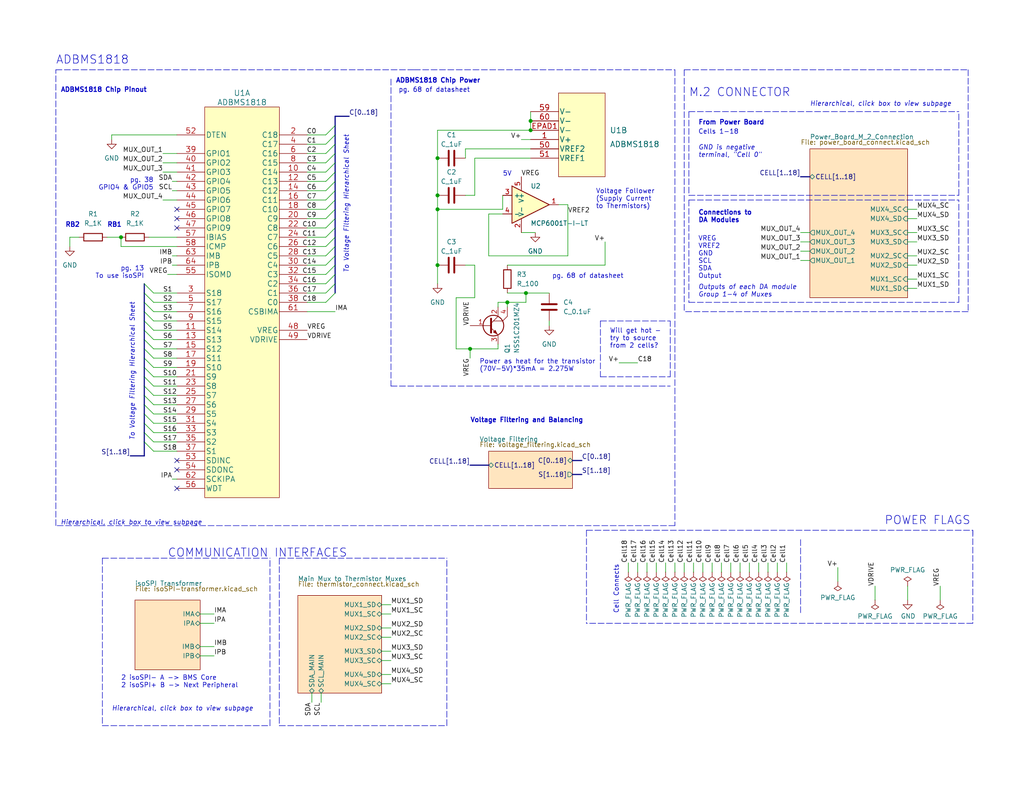
<source format=kicad_sch>
(kicad_sch (version 20211123) (generator eeschema)
  (paper "A")
  (title_block (title "MkVI BMS Peripheral") (date "2022-12-04") (rev "0") (company "Olin Electric Motorsports") (comment 1 "Melissa Kazazic and Dasha Chadiuk"))
  (lib_symbols
    (symbol "formula:ADBMS1818" (pin_names (offset 0.254))
      (property "Reference" "U" (at 0 15.24 0))
      (property "Value" "ADBMS1818" (at 0 12.7 0))
      (symbol "ADBMS1818_1_1"
        (rectangle (start -10.16 43.18) (end 10.16 -63.5) (fill (type background)))
        (pin unspecified line (at 17.78 25.4 180) (length 7.62) (name "C14") (number "10"))
        (pin unspecified line (at -17.78 -17.78 0) (length 7.62) (name "S14") (number "11"))
        (pin unspecified line (at 17.78 22.86 180) (length 7.62) (name "C13") (number "12"))
        (pin unspecified line (at -17.78 -20.32 0) (length 7.62) (name "S13") (number "13"))
        (pin unspecified line (at 17.78 20.32 180) (length 7.62) (name "C12") (number "14"))
        (pin unspecified line (at -17.78 -22.86 0) (length 7.62) (name "S12") (number "15"))
        (pin unspecified line (at 17.78 17.78 180) (length 7.62) (name "C11") (number "16"))
        (pin unspecified line (at -17.78 -25.4 0) (length 7.62) (name "S11") (number "17"))
        (pin unspecified line (at 17.78 15.24 180) (length 7.62) (name "C10") (number "18"))
        (pin unspecified line (at -17.78 -27.94 0) (length 7.62) (name "S10") (number "19"))
        (pin unspecified line (at 17.78 35.56 180) (length 7.62) (name "C18") (number "2"))
        (pin unspecified line (at 17.78 12.7 180) (length 7.62) (name "C9") (number "20"))
        (pin unspecified line (at -17.78 -30.48 0) (length 7.62) (name "S9") (number "21"))
        (pin unspecified line (at 17.78 10.16 180) (length 7.62) (name "C8") (number "22"))
        (pin unspecified line (at -17.78 -33.02 0) (length 7.62) (name "S8") (number "23"))
        (pin unspecified line (at 17.78 7.62 180) (length 7.62) (name "C7") (number "24"))
        (pin unspecified line (at -17.78 -35.56 0) (length 7.62) (name "S7") (number "25"))
        (pin unspecified line (at 17.78 5.08 180) (length 7.62) (name "C6") (number "26"))
        (pin unspecified line (at -17.78 -38.1 0) (length 7.62) (name "S6") (number "27"))
        (pin unspecified line (at 17.78 2.54 180) (length 7.62) (name "C5") (number "28"))
        (pin unspecified line (at -17.78 -40.64 0) (length 7.62) (name "S5") (number "29"))
        (pin unspecified line (at -17.78 -7.62 0) (length 7.62) (name "S18") (number "3"))
        (pin unspecified line (at 17.78 0 180) (length 7.62) (name "C4") (number "30"))
        (pin unspecified line (at -17.78 -43.18 0) (length 7.62) (name "S4") (number "31"))
        (pin unspecified line (at 17.78 -2.54 180) (length 7.62) (name "C3") (number "32"))
        (pin unspecified line (at -17.78 -45.72 0) (length 7.62) (name "S3") (number "33"))
        (pin unspecified line (at 17.78 -5.08 180) (length 7.62) (name "C2") (number "34"))
        (pin unspecified line (at -17.78 -48.26 0) (length 7.62) (name "S2") (number "35"))
        (pin unspecified line (at 17.78 -7.62 180) (length 7.62) (name "C1") (number "36"))
        (pin unspecified line (at -17.78 -50.8 0) (length 7.62) (name "S1") (number "37"))
        (pin unspecified line (at 17.78 -10.16 180) (length 7.62) (name "C0") (number "38"))
        (pin unspecified line (at -17.78 30.48 0) (length 7.62) (name "GPIO1") (number "39"))
        (pin unspecified line (at 17.78 33.02 180) (length 7.62) (name "C17") (number "4"))
        (pin unspecified line (at -17.78 27.94 0) (length 7.62) (name "GPIO2") (number "40"))
        (pin unspecified line (at -17.78 25.4 0) (length 7.62) (name "GPIO3") (number "41"))
        (pin unspecified line (at -17.78 22.86 0) (length 7.62) (name "GPIO4") (number "42"))
        (pin unspecified line (at -17.78 20.32 0) (length 7.62) (name "GPIO5") (number "43"))
        (pin unspecified line (at -17.78 17.78 0) (length 7.62) (name "GPIO6") (number "44"))
        (pin unspecified line (at -17.78 15.24 0) (length 7.62) (name "GPIO7") (number "45"))
        (pin unspecified line (at -17.78 12.7 0) (length 7.62) (name "GPIO8") (number "46"))
        (pin unspecified line (at -17.78 10.16 0) (length 7.62) (name "GPIO9") (number "47"))
        (pin unspecified line (at 17.78 -17.78 180) (length 7.62) (name "VREG") (number "48"))
        (pin unspecified line (at 17.78 -20.32 180) (length 7.62) (name "VDRIVE") (number "49"))
        (pin unspecified line (at -17.78 -10.16 0) (length 7.62) (name "S17") (number "5"))
        (pin unspecified line (at -17.78 35.56 0) (length 7.62) (name "DTEN") (number "52"))
        (pin unspecified line (at -17.78 -53.34 0) (length 7.62) (name "SDINC") (number "53"))
        (pin unspecified line (at -17.78 -55.88 0) (length 7.62) (name "SDONC") (number "54"))
        (pin unspecified line (at -17.78 -2.54 0) (length 7.62) (name "ISOMD") (number "55"))
        (pin unspecified line (at -17.78 -60.96 0) (length 7.62) (name "WDT") (number "56"))
        (pin unspecified line (at -17.78 7.62 0) (length 7.62) (name "IBIAS") (number "57"))
        (pin unspecified line (at -17.78 5.08 0) (length 7.62) (name "ICMP") (number "58"))
        (pin unspecified line (at 17.78 30.48 180) (length 7.62) (name "C16") (number "6"))
        (pin unspecified line (at 17.78 -12.7 180) (length 7.62) (name "CSBIMA") (number "61"))
        (pin unspecified line (at -17.78 -58.42 0) (length 7.62) (name "SCKIPA") (number "62"))
        (pin unspecified line (at -17.78 2.54 0) (length 7.62) (name "IMB") (number "63"))
        (pin unspecified line (at -17.78 0 0) (length 7.62) (name "IPB") (number "64"))
        (pin unspecified line (at -17.78 -12.7 0) (length 7.62) (name "S16") (number "7"))
        (pin unspecified line (at 17.78 27.94 180) (length 7.62) (name "C15") (number "8"))
        (pin unspecified line (at -17.78 -15.24 0) (length 7.62) (name "S15") (number "9"))
      )
      (symbol "ADBMS1818_2_1"
        (rectangle (start -6.35 10.16) (end 6.35 -12.7) (fill (type background)))
        (pin unspecified line (at -13.97 -2.54 0) (length 7.62) (name "V+") (number "1"))
        (pin unspecified line (at -13.97 -5.08 0) (length 7.62) (name "VREF2") (number "50"))
        (pin unspecified line (at -13.97 -7.62 0) (length 7.62) (name "VREF1") (number "51"))
        (pin unspecified line (at -13.97 5.08 0) (length 7.62) (name "V-") (number "59"))
        (pin unspecified line (at -13.97 2.54 0) (length 7.62) (name "V-") (number "60"))
        (pin unspecified line (at -13.97 0 0) (length 7.62) (name "V-") (number "EPAD1"))
      )
    )
    (symbol "formula:C_0.1uF" (pin_numbers hide) (pin_names (offset 0.254))
      (property "Reference" "C" (at 0.635 2.54 0))
      (property "Value" "C_0.1uF" (at 0.635 -2.54 0))
      (symbol "C_0.1uF_0_1"
        (polyline (pts (xy -2.032 -0.762) (xy 2.032 -0.762)) (stroke (width 0.508)))
        (polyline (pts (xy -2.032 0.762) (xy 2.032 0.762)) (stroke (width 0.508)))
      )
      (symbol "C_0.1uF_1_1"
        (pin passive line (at 0 3.81 270) (length 2.794) (name "~") (number "1"))
        (pin passive line (at 0 -3.81 90) (length 2.794) (name "~") (number "2"))
      )
    )
    (symbol "formula:C_1uF" (pin_numbers hide) (pin_names (offset 0.254))
      (property "Reference" "C" (at 0.635 3.81 0))
      (property "Value" "C_1uF" (at 0.635 -1.27 0))
      (symbol "C_1uF_0_1"
        (polyline (pts (xy -2.032 0.508) (xy 2.032 0.508)) (stroke (width 0.508)))
        (polyline (pts (xy -2.032 2.032) (xy 2.032 2.032)) (stroke (width 0.508)))
      )
      (symbol "C_1uF_1_1"
        (pin passive line (at 0 5.08 270) (length 2.794) (name "~") (number "1"))
        (pin passive line (at 0 -2.54 90) (length 2.794) (name "~") (number "2"))
      )
    )
    (symbol "formula:MCP6001T-I-LT"
      (property "Reference" "U" (at 0 5.08 0))
      (property "Value" "MCP6001T-I-LT" (at 0 -5.08 0))
      (symbol "MCP6001T-I-LT_0_1"
        (polyline (pts (xy -5.08 5.08) (xy 5.08 0) (xy -5.08 -5.08) (xy -5.08 5.08)) (stroke (width 0.254)) (fill (type background)))
        (pin power_in line (at -2.54 -7.62 90) (length 3.81) (name "V-") (number "2"))
        (pin power_in line (at -2.54 7.62 270) (length 3.81) (name "V+") (number "5"))
      )
      (symbol "MCP6001T-I-LT_1_1"
        (pin output line (at 7.62 0 180) (length 2.54) (name "~") (number "1"))
        (pin input line (at -7.62 2.54 0) (length 2.54) (name "+") (number "3"))
        (pin input line (at -7.62 -2.54 0) (length 2.54) (name "-") (number "4"))
      )
    )
    (symbol "formula:NSS1C201MZ4" (pin_names (offset 1.016))
      (property "Reference" "Q" (at -2.54 5.08 0))
      (property "Value" "NSS1C201MZ4" (at -5.08 -5.08 0))
      (property "MPN" "NSS1C201MZ4T3GOSCT-ND" (at 0 7.62 0))
      (property "MFN" "DK" (at 2.54 10.16 0))
      (property "PurchasingLink" "https://www.digikey.com/product-detail/en/on-semiconductor/NSS1C201MZ4T3G/NSS1C201MZ4T3GOSCT-ND/9087487" (at 5.08 12.7 0))
      (symbol "NSS1C201MZ4_0_1"
        (polyline (pts (xy 0.635 0.635) (xy 2.54 2.54)))
        (polyline (pts (xy 3.81 1.27) (xy 1.27 1.27)))
        (polyline (pts (xy 5.08 2.54) (xy 3.81 1.27)))
        (polyline (pts (xy 0.635 -0.635) (xy 2.54 -2.54) (xy 2.54 -2.54)))
        (polyline (pts (xy 0.635 1.905) (xy 0.635 -1.905) (xy 0.635 -1.905)) (stroke (width 0.508)))
        (polyline (pts (xy 1.27 -1.778) (xy 1.778 -1.27) (xy 2.286 -2.286) (xy 1.27 -1.778) (xy 1.27 -1.778)) (fill (type outline)))
        (circle (center 1.27 0) (radius 2.8194) (stroke (width 0.254)))
      )
      (symbol "NSS1C201MZ4_1_1"
        (pin input line (at -5.08 0 0) (length 5.715) (name "~") (number "1"))
        (pin passive line (at 2.54 5.08 270) (length 2.54) (name "~") (number "2"))
        (pin passive line (at 2.54 -5.08 90) (length 2.54) (name "~") (number "3"))
        (pin passive line (at 5.08 5.08 270) (length 2.54) (name "~") (number "4"))
      )
    )
    (symbol "formula:R_100" (pin_numbers hide) (pin_names (offset 0))
      (property "Reference" "R" (at 2.032 0 90))
      (property "Value" "R_100" (at -2.54 0 90))
      (symbol "R_100_0_1"
        (rectangle (start -1.016 -2.54) (end 1.016 2.54) (stroke (width 0.254)))
      )
      (symbol "R_100_1_1"
        (pin passive line (at 0 3.81 270) (length 1.27) (name "~") (number "1"))
        (pin passive line (at 0 -3.81 90) (length 1.27) (name "~") (number "2"))
      )
    )
    (symbol "formula:R_1K" (pin_numbers hide) (pin_names (offset 0))
      (property "Reference" "R" (at 2.032 0 90))
      (property "Value" "R_1K" (at -2.54 0 90))
      (symbol "R_1K_0_1"
        (rectangle (start -1.016 -2.54) (end 1.016 2.54) (stroke (width 0.254)))
      )
      (symbol "R_1K_1_1"
        (pin passive line (at 0 3.81 270) (length 1.27) (name "~") (number "1"))
        (pin passive line (at 0 -3.81 90) (length 1.27) (name "~") (number "2"))
      )
    )
    (symbol "power:GND" (power) (pin_names (offset 0))
      (property "Value" "GND" (at 0 -3.81 0))
      (symbol "GND_0_1"
        (polyline (pts (xy 0 0) (xy 0 -1.27) (xy 1.27 -1.27) (xy 0 -2.54) (xy -1.27 -1.27) (xy 0 -1.27)))
      )
      (symbol "GND_1_1"
        (pin power_in line (at 0 0 270) (length 0) hide (name "GND") (number "1"))
      )
    )
    (symbol "power:PWR_FLAG" (power) (pin_numbers hide) (pin_names (offset 0) hide)
      (property "Value" "PWR_FLAG" (at 0 3.81 0))
      (symbol "PWR_FLAG_0_0"
        (pin power_out line (at 0 0 90) (length 0) (name "pwr") (number "1"))
      )
      (symbol "PWR_FLAG_0_1"
        (polyline (pts (xy 0 0) (xy 0 1.27) (xy -1.016 1.905) (xy 0 2.54) (xy 1.016 1.905) (xy 0 1.27)))
      )
    )
  )
  (junction (at 128.27 95.25))
  (junction (at 33.02 64.77))
  (junction (at 143.51 80.01))
  (junction (at 119.38 57.15))
  (junction (at 119.38 72.39))
  (junction (at 144.78 33.02))
  (junction (at 144.78 35.56))
  (junction (at 119.38 43.18))
  (junction (at 119.38 53.34))
  (junction (at 138.43 82.55))
  (no_connect (at 48.26 57.15))
  (no_connect (at 48.26 59.69))
  (no_connect (at 48.26 62.23))
  (no_connect (at 48.26 133.35))
  (no_connect (at 48.26 125.73))
  (no_connect (at 48.26 128.27))
  (bus_entry (at 91.44 64.77) (size -2.54 2.54))
  (bus_entry (at 39.37 100.33) (size 2.54 2.54))
  (bus_entry (at 91.44 54.61) (size -2.54 2.54))
  (bus_entry (at 91.44 39.37) (size -2.54 2.54))
  (bus_entry (at 91.44 46.99) (size -2.54 2.54))
  (bus_entry (at 91.44 59.69) (size -2.54 2.54))
  (bus_entry (at 39.37 118.11) (size 2.54 2.54))
  (bus_entry (at 39.37 82.55) (size 2.54 2.54))
  (bus_entry (at 39.37 85.09) (size 2.54 2.54))
  (bus_entry (at 39.37 113.03) (size 2.54 2.54))
  (bus_entry (at 91.44 44.45) (size -2.54 2.54))
  (bus_entry (at 91.44 77.47) (size -2.54 2.54))
  (bus_entry (at 91.44 72.39) (size -2.54 2.54))
  (bus_entry (at 91.44 41.91) (size -2.54 2.54))
  (bus_entry (at 91.44 62.23) (size -2.54 2.54))
  (bus_entry (at 39.37 77.47) (size 2.54 2.54))
  (bus_entry (at 39.37 120.65) (size 2.54 2.54))
  (bus_entry (at 39.37 110.49) (size 2.54 2.54))
  (bus_entry (at 39.37 107.95) (size 2.54 2.54))
  (bus_entry (at 39.37 95.25) (size 2.54 2.54))
  (bus_entry (at 91.44 52.07) (size -2.54 2.54))
  (bus_entry (at 39.37 105.41) (size 2.54 2.54))
  (bus_entry (at 91.44 57.15) (size -2.54 2.54))
  (bus_entry (at 39.37 90.17) (size 2.54 2.54))
  (bus_entry (at 39.37 87.63) (size 2.54 2.54))
  (bus_entry (at 39.37 102.87) (size 2.54 2.54))
  (bus_entry (at 91.44 80.01) (size -2.54 2.54))
  (bus_entry (at 91.44 34.29) (size -2.54 2.54))
  (bus_entry (at 91.44 67.31) (size -2.54 2.54))
  (bus_entry (at 91.44 74.93) (size -2.54 2.54))
  (bus_entry (at 39.37 92.71) (size 2.54 2.54))
  (bus_entry (at 91.44 69.85) (size -2.54 2.54))
  (bus_entry (at 39.37 80.01) (size 2.54 2.54))
  (bus_entry (at 39.37 115.57) (size 2.54 2.54))
  (bus_entry (at 91.44 36.83) (size -2.54 2.54))
  (bus_entry (at 39.37 97.79) (size 2.54 2.54))
  (bus_entry (at 91.44 49.53) (size -2.54 2.54))
  (wire (pts (xy 127 40.64) (xy 144.78 40.64)))
  (wire (pts (xy 247.65 63.5) (xy 250.19 63.5)))
  (bus (pts (xy 220.98 48.26) (xy 218.44 48.26)))
  (wire (pts (xy 144.78 30.48) (xy 144.78 33.02)))
  (wire (pts (xy 30.48 36.83) (xy 48.26 36.83)))
  (bus (pts (xy 39.37 118.11) (xy 39.37 120.65)))
  (wire (pts (xy 21.59 64.77) (xy 19.05 64.77)))
  (wire (pts (xy 83.82 74.93) (xy 88.9 74.93)))
  (wire (pts (xy 247.65 72.39) (xy 250.19 72.39)))
  (wire (pts (xy 54.61 176.53) (xy 58.42 176.53)))
  (wire (pts (xy 83.82 69.85) (xy 88.9 69.85)))
  (wire (pts (xy 247.65 59.69) (xy 250.19 59.69)))
  (polyline (pts (xy 73.66 198.12) (xy 73.66 152.4)))
  (polyline (pts (xy 163.83 87.63) (xy 182.88 87.63)))
  (wire (pts (xy 41.91 80.01) (xy 48.26 80.01)))
  (wire (pts (xy 41.91 107.95) (xy 48.26 107.95)))
  (wire (pts (xy 85.09 189.23) (xy 85.09 191.77)))
  (polyline (pts (xy 261.62 82.55) (xy 261.62 54.61)))
  (wire (pts (xy 41.91 105.41) (xy 48.26 105.41)))
  (wire (pts (xy 83.82 52.07) (xy 88.9 52.07)))
  (bus (pts (xy 35.56 124.46) (xy 39.37 124.46)))
  (wire (pts (xy 191.77 153.67) (xy 191.77 156.21)))
  (wire (pts (xy 218.44 71.12) (xy 220.98 71.12)))
  (wire (pts (xy 83.82 77.47) (xy 88.9 77.47)))
  (wire (pts (xy 176.53 153.67) (xy 176.53 156.21)))
  (wire (pts (xy 247.65 66.04) (xy 250.19 66.04)))
  (wire (pts (xy 41.91 102.87) (xy 48.26 102.87)))
  (bus (pts (xy 39.37 95.25) (xy 39.37 97.79)))
  (polyline (pts (xy 106.68 105.41) (xy 182.88 105.41)))
  (wire (pts (xy 83.82 59.69) (xy 88.9 59.69)))
  (bus (pts (xy 91.44 34.29) (xy 91.44 36.83)))
  (wire (pts (xy 83.82 82.55) (xy 88.9 82.55)))
  (wire (pts (xy 138.43 83.82) (xy 138.43 82.55)))
  (bus (pts (xy 39.37 82.55) (xy 39.37 80.01)))
  (bus (pts (xy 91.44 77.47) (xy 91.44 80.01)))
  (wire (pts (xy 129.54 53.34) (xy 129.54 43.18)))
  (polyline (pts (xy 113.03 19.05) (xy 184.15 19.05)))
  (bus (pts (xy 91.44 39.37) (xy 91.44 41.91)))
  (wire (pts (xy 165.1 66.04) (xy 165.1 72.39)))
  (wire (pts (xy 256.54 163.83) (xy 256.54 160.02)))
  (polyline (pts (xy 187.96 30.48) (xy 187.96 53.34)))
  (wire (pts (xy 247.65 160.02) (xy 247.65 163.83)))
  (bus (pts (xy 91.44 69.85) (xy 91.44 72.39)))
  (wire (pts (xy 41.91 115.57) (xy 48.26 115.57)))
  (wire (pts (xy 83.82 41.91) (xy 88.9 41.91)))
  (wire (pts (xy 41.91 123.19) (xy 48.26 123.19)))
  (polyline (pts (xy 264.16 19.05) (xy 264.16 85.09)))
  (wire (pts (xy 212.09 153.67) (xy 212.09 156.21)))
  (bus (pts (xy 39.37 105.41) (xy 39.37 107.95)))
  (bus (pts (xy 39.37 115.57) (xy 39.37 118.11)))
  (bus (pts (xy 91.44 31.75) (xy 91.44 34.29)))
  (bus (pts (xy 91.44 57.15) (xy 91.44 59.69)))
  (wire (pts (xy 41.91 120.65) (xy 48.26 120.65)))
  (wire (pts (xy 29.21 64.77) (xy 33.02 64.77)))
  (wire (pts (xy 247.65 78.74) (xy 250.19 78.74)))
  (wire (pts (xy 247.65 57.15) (xy 250.19 57.15)))
  (wire (pts (xy 129.54 72.39) (xy 127 72.39)))
  (wire (pts (xy 199.39 153.67) (xy 199.39 156.21)))
  (bus (pts (xy 91.44 52.07) (xy 91.44 54.61)))
  (wire (pts (xy 218.44 66.04) (xy 220.98 66.04)))
  (polyline (pts (xy 163.83 102.87) (xy 182.88 102.87)))
  (polyline (pts (xy 76.2 152.4) (xy 76.2 198.12)))
  (wire (pts (xy 133.35 58.42) (xy 137.16 58.42)))
  (wire (pts (xy 19.05 64.77) (xy 19.05 67.31)))
  (wire (pts (xy 33.02 67.31) (xy 33.02 64.77)))
  (bus (pts (xy 91.44 36.83) (xy 91.44 39.37)))
  (wire (pts (xy 46.99 130.81) (xy 48.26 130.81)))
  (wire (pts (xy 46.99 69.85) (xy 48.26 69.85)))
  (wire (pts (xy 124.46 95.25) (xy 128.27 95.25)))
  (wire (pts (xy 119.38 72.39) (xy 119.38 77.47)))
  (polyline (pts (xy 186.69 19.05) (xy 186.69 85.09)))
  (wire (pts (xy 238.76 163.83) (xy 238.76 160.02)))
  (wire (pts (xy 129.54 72.39) (xy 129.54 81.28)))
  (polyline (pts (xy 187.96 54.61) (xy 187.96 82.55)))
  (wire (pts (xy 104.14 180.34) (xy 106.68 180.34)))
  (wire (pts (xy 154.94 55.88) (xy 154.94 69.85)))
  (wire (pts (xy 119.38 53.34) (xy 119.38 57.15)))
  (polyline (pts (xy 160.02 144.78) (xy 160.02 170.18)))
  (polyline (pts (xy 76.2 152.4) (xy 121.92 152.4)))
  (polyline (pts (xy 265.43 144.78) (xy 265.43 170.18)))
  (polyline (pts (xy 265.43 144.78) (xy 265.43 146.05)))
  (wire (pts (xy 207.01 153.67) (xy 207.01 156.21)))
  (polyline (pts (xy 261.62 53.34) (xy 261.62 30.48)))
  (wire (pts (xy 214.63 153.67) (xy 214.63 156.21)))
  (bus (pts (xy 39.37 100.33) (xy 39.37 102.87)))
  (polyline (pts (xy 187.96 82.55) (xy 261.62 82.55)))
  (wire (pts (xy 119.38 35.56) (xy 119.38 43.18)))
  (polyline (pts (xy 15.24 19.05) (xy 113.03 19.05)))
  (wire (pts (xy 46.99 52.07) (xy 48.26 52.07)))
  (wire (pts (xy 149.86 87.63) (xy 149.86 88.9)))
  (polyline (pts (xy 106.68 21.59) (xy 106.68 105.41)))
  (wire (pts (xy 41.91 97.79) (xy 48.26 97.79)))
  (wire (pts (xy 54.61 170.18) (xy 58.42 170.18)))
  (bus (pts (xy 156.21 125.73) (xy 158.75 125.73)))
  (polyline (pts (xy 27.94 152.4) (xy 27.94 198.12)))
  (wire (pts (xy 133.35 58.42) (xy 133.35 69.85)))
  (bus (pts (xy 91.44 64.77) (xy 91.44 67.31)))
  (polyline (pts (xy 264.16 85.09) (xy 186.69 85.09)))
  (wire (pts (xy 46.99 49.53) (xy 48.26 49.53)))
  (polyline (pts (xy 218.44 147.32) (xy 218.44 167.64)))
  (wire (pts (xy 218.44 63.5) (xy 220.98 63.5)))
  (wire (pts (xy 41.91 113.03) (xy 48.26 113.03)))
  (wire (pts (xy 104.14 186.69) (xy 106.68 186.69)))
  (wire (pts (xy 83.82 49.53) (xy 88.9 49.53)))
  (bus (pts (xy 91.44 67.31) (xy 91.44 69.85)))
  (wire (pts (xy 133.35 69.85) (xy 154.94 69.85)))
  (wire (pts (xy 83.82 57.15) (xy 88.9 57.15)))
  (wire (pts (xy 41.91 85.09) (xy 48.26 85.09)))
  (wire (pts (xy 138.43 72.39) (xy 165.1 72.39)))
  (wire (pts (xy 128.27 95.25) (xy 135.89 95.25)))
  (wire (pts (xy 196.85 153.67) (xy 196.85 156.21)))
  (wire (pts (xy 104.14 165.1) (xy 106.68 165.1)))
  (bus (pts (xy 91.44 59.69) (xy 91.44 62.23)))
  (wire (pts (xy 181.61 153.67) (xy 181.61 156.21)))
  (bus (pts (xy 91.44 62.23) (xy 91.44 64.77)))
  (polyline (pts (xy 187.96 53.34) (xy 261.62 53.34)))
  (bus (pts (xy 39.37 92.71) (xy 39.37 95.25)))
  (wire (pts (xy 168.91 99.06) (xy 173.99 99.06)))
  (wire (pts (xy 91.44 85.09) (xy 83.82 85.09)))
  (wire (pts (xy 83.82 36.83) (xy 88.9 36.83)))
  (wire (pts (xy 83.82 67.31) (xy 88.9 67.31)))
  (wire (pts (xy 127 53.34) (xy 129.54 53.34)))
  (bus (pts (xy 39.37 85.09) (xy 39.37 87.63)))
  (wire (pts (xy 104.14 184.15) (xy 106.68 184.15)))
  (wire (pts (xy 127 40.64) (xy 127 43.18)))
  (wire (pts (xy 83.82 46.99) (xy 88.9 46.99)))
  (bus (pts (xy 39.37 87.63) (xy 39.37 90.17)))
  (wire (pts (xy 119.38 43.18) (xy 119.38 53.34)))
  (wire (pts (xy 119.38 57.15) (xy 119.38 72.39)))
  (wire (pts (xy 83.82 62.23) (xy 88.9 62.23)))
  (wire (pts (xy 41.91 100.33) (xy 48.26 100.33)))
  (polyline (pts (xy 27.94 152.4) (xy 73.66 152.4)))
  (wire (pts (xy 41.91 118.11) (xy 48.26 118.11)))
  (bus (pts (xy 39.37 124.46) (xy 39.37 120.65)))
  (polyline (pts (xy 106.68 143.51) (xy 106.68 143.51)))
  (wire (pts (xy 45.72 74.93) (xy 48.26 74.93)))
  (wire (pts (xy 83.82 44.45) (xy 88.9 44.45)))
  (wire (pts (xy 40.64 64.77) (xy 48.26 64.77)))
  (bus (pts (xy 39.37 113.03) (xy 39.37 115.57)))
  (wire (pts (xy 152.4 55.88) (xy 154.94 55.88)))
  (wire (pts (xy 144.78 35.56) (xy 119.38 35.56)))
  (wire (pts (xy 201.93 153.67) (xy 201.93 156.21)))
  (wire (pts (xy 144.78 33.02) (xy 144.78 35.56)))
  (wire (pts (xy 173.99 153.67) (xy 173.99 156.21)))
  (bus (pts (xy 91.44 44.45) (xy 91.44 46.99)))
  (wire (pts (xy 44.45 54.61) (xy 48.26 54.61)))
  (polyline (pts (xy 182.88 102.87) (xy 182.88 87.63)))
  (wire (pts (xy 41.91 82.55) (xy 48.26 82.55)))
  (wire (pts (xy 41.91 87.63) (xy 48.26 87.63)))
  (wire (pts (xy 137.16 57.15) (xy 137.16 53.34)))
  (wire (pts (xy 128.27 95.25) (xy 128.27 97.79)))
  (wire (pts (xy 44.45 44.45) (xy 48.26 44.45)))
  (polyline (pts (xy 163.83 87.63) (xy 163.83 102.87)))
  (wire (pts (xy 44.45 46.99) (xy 48.26 46.99)))
  (polyline (pts (xy 265.43 170.18) (xy 160.02 170.18)))
  (wire (pts (xy 54.61 179.07) (xy 58.42 179.07)))
  (polyline (pts (xy 184.15 19.05) (xy 184.15 143.51)))
  (polyline (pts (xy 186.69 19.05) (xy 264.16 19.05)))
  (wire (pts (xy 104.14 171.45) (xy 106.68 171.45)))
  (wire (pts (xy 83.82 80.01) (xy 88.9 80.01)))
  (wire (pts (xy 83.82 64.77) (xy 88.9 64.77)))
  (wire (pts (xy 46.99 72.39) (xy 48.26 72.39)))
  (wire (pts (xy 218.44 68.58) (xy 220.98 68.58)))
  (wire (pts (xy 138.43 82.55) (xy 135.89 82.55)))
  (wire (pts (xy 189.23 153.67) (xy 189.23 156.21)))
  (wire (pts (xy 204.47 153.67) (xy 204.47 156.21)))
  (polyline (pts (xy 160.02 144.78) (xy 265.43 144.78)))
  (wire (pts (xy 129.54 81.28) (xy 124.46 81.28)))
  (bus (pts (xy 39.37 110.49) (xy 39.37 113.03)))
  (wire (pts (xy 186.69 153.67) (xy 186.69 156.21)))
  (wire (pts (xy 104.14 177.8) (xy 106.68 177.8)))
  (bus (pts (xy 91.44 49.53) (xy 91.44 52.07)))
  (polyline (pts (xy 187.96 54.61) (xy 261.62 54.61)))
  (wire (pts (xy 171.45 153.67) (xy 171.45 156.21)))
  (wire (pts (xy 194.31 153.67) (xy 194.31 156.21)))
  (wire (pts (xy 209.55 153.67) (xy 209.55 156.21)))
  (wire (pts (xy 142.24 63.5) (xy 146.05 63.5)))
  (bus (pts (xy 91.44 54.61) (xy 91.44 57.15)))
  (wire (pts (xy 41.91 90.17) (xy 48.26 90.17)))
  (polyline (pts (xy 121.92 198.12) (xy 121.92 152.4)))
  (wire (pts (xy 48.26 67.31) (xy 33.02 67.31)))
  (wire (pts (xy 142.24 38.1) (xy 144.78 38.1)))
  (polyline (pts (xy 15.24 143.51) (xy 15.24 19.05)))
  (wire (pts (xy 119.38 57.15) (xy 137.16 57.15)))
  (bus (pts (xy 91.44 74.93) (xy 91.44 77.47)))
  (wire (pts (xy 247.65 76.2) (xy 250.19 76.2)))
  (wire (pts (xy 104.14 173.99) (xy 106.68 173.99)))
  (wire (pts (xy 143.51 82.55) (xy 143.51 80.01)))
  (wire (pts (xy 54.61 167.64) (xy 58.42 167.64)))
  (bus (pts (xy 39.37 107.95) (xy 39.37 110.49)))
  (wire (pts (xy 247.65 69.85) (xy 250.19 69.85)))
  (wire (pts (xy 41.91 110.49) (xy 48.26 110.49)))
  (wire (pts (xy 41.91 95.25) (xy 48.26 95.25)))
  (wire (pts (xy 87.63 189.23) (xy 87.63 191.77)))
  (bus (pts (xy 156.21 129.54) (xy 158.75 129.54)))
  (bus (pts (xy 91.44 72.39) (xy 91.44 74.93)))
  (bus (pts (xy 39.37 77.47) (xy 39.37 80.01)))
  (bus (pts (xy 39.37 102.87) (xy 39.37 105.41)))
  (polyline (pts (xy 184.15 143.51) (xy 15.24 143.51)))
  (wire (pts (xy 30.48 36.83) (xy 30.48 38.1)))
  (wire (pts (xy 124.46 81.28) (xy 124.46 95.25)))
  (wire (pts (xy 83.82 39.37) (xy 88.9 39.37)))
  (bus (pts (xy 39.37 82.55) (xy 39.37 85.09)))
  (wire (pts (xy 104.14 167.64) (xy 106.68 167.64)))
  (wire (pts (xy 138.43 80.01) (xy 143.51 80.01)))
  (wire (pts (xy 228.6 158.75) (xy 228.6 154.94)))
  (wire (pts (xy 184.15 153.67) (xy 184.15 156.21)))
  (wire (pts (xy 83.82 54.61) (xy 88.9 54.61)))
  (polyline (pts (xy 27.94 198.12) (xy 73.66 198.12)))
  (bus (pts (xy 95.25 31.75) (xy 91.44 31.75)))
  (wire (pts (xy 179.07 153.67) (xy 179.07 156.21)))
  (bus (pts (xy 128.27 127) (xy 133.35 127)))
  (wire (pts (xy 138.43 82.55) (xy 143.51 82.55)))
  (bus (pts (xy 39.37 90.17) (xy 39.37 92.71)))
  (wire (pts (xy 135.89 82.55) (xy 135.89 83.82)))
  (wire (pts (xy 143.51 80.01) (xy 149.86 80.01)))
  (polyline (pts (xy 76.2 198.12) (xy 121.92 198.12)))
  (wire (pts (xy 41.91 92.71) (xy 48.26 92.71)))
  (wire (pts (xy 129.54 43.18) (xy 144.78 43.18)))
  (bus (pts (xy 91.44 46.99) (xy 91.44 49.53)))
  (bus (pts (xy 91.44 41.91) (xy 91.44 44.45)))
  (wire (pts (xy 135.89 93.98) (xy 135.89 95.25)))
  (bus (pts (xy 39.37 97.79) (xy 39.37 100.33)))
  (wire (pts (xy 83.82 72.39) (xy 88.9 72.39)))
  (wire (pts (xy 44.45 41.91) (xy 48.26 41.91)))
  (polyline (pts (xy 187.96 30.48) (xy 261.62 30.48)))
  (text "pg. 13\nTo use isoSPI" (at 39.37 76.2 180) (effects (font (size 1.27 1.27)) (justify right bottom)))
  (text "5V" (at 137.16 48.26 0) (effects (font (size 1.27 1.27)) (justify left bottom)))
  (text "Hierarchical, click box to view subpage" (at 16.51 143.51 0) (effects (font (size 1.27 1.27) italic) (justify left bottom)))
  (text "From Power Board" (at 190.5 34.29 0) (effects (font (size 1.27 1.27) (thickness 0.254) bold) (justify left bottom)))
  (text "Power as heat for the transistor\n(70V-5V)*35mA = 2.275W" (at 130.81 101.6 0) (effects (font (size 1.27 1.27)) (justify left bottom)))
  (text "pg. 68 of datasheet" (at 128.27 25.4 180) (effects (font (size 1.27 1.27)) (justify right bottom)))
  (text "Cells 1-18" (at 190.5 36.83 0) (effects (font (size 1.27 1.27)) (justify left bottom)))
  (text "ADBMS1818 Chip Pinout" (at 16.51 25.4 0) (effects (font (size 1.27 1.27) (thickness 0.254) bold) (justify left bottom)))
  (text "Outputs of each DA module\nGroup 1-4 of Muxes" (at 190.5 81.28 0) (effects (font (size 1.27 1.27) italic) (justify left bottom)))
  (text "pg. 68 of datasheet" (at 170.18 76.2 180) (effects (font (size 1.27 1.27)) (justify right bottom)))
  (text "RB2" (at 17.78 62.23 0) (effects (font (size 1.27 1.27) (thickness 0.254) bold) (justify left bottom)))
  (text "2 isoSPI- A -> BMS Core\n2 isoSPI+ B -> Next Peripheral" (at 33.02 187.96 0) (effects (font (size 1.27 1.27)) (justify left bottom)))
  (text "COMMUNICATION INTERFACES" (at 45.72 152.4 0) (effects (font (size 2.2606 2.2606)) (justify left bottom)))
  (text "Voltage Filtering and Balancing" (at 128.27 115.57 0) (effects (font (size 1.27 1.27) (thickness 0.254) bold) (justify left bottom)))
  (text "Hierarchical, click box to view subpage" (at 30.48 194.31 0) (effects (font (size 1.27 1.27) italic) (justify left bottom)))
  (text "Voltage Follower\n(Supply Current\nto Thermistors)" (at 162.56 57.15 0) (effects (font (size 1.27 1.27)) (justify left bottom)))
  (text "ADBMS1818 Chip Power" (at 107.95 22.86 0) (effects (font (size 1.27 1.27) (thickness 0.254) bold) (justify left bottom)))
  (text "VREG\nVREF2\nGND\nSCL\nSDA\nOutput" (at 190.5 76.2 0) (effects (font (size 1.27 1.27)) (justify left bottom)))
  (text "Will get hot - \ntry to source\nfrom 2 cells?" (at 166.37 95.25 0) (effects (font (size 1.27 1.27)) (justify left bottom)))
  (text "pg. 38\nGPIO4 & GPIO5" (at 41.91 52.07 180) (effects (font (size 1.27 1.27)) (justify right bottom)))
  (text "Connections to\nDA Modules" (at 190.5 60.96 0) (effects (font (size 1.27 1.27) (thickness 0.254) bold) (justify left bottom)))
  (text "To Voltage Filtering Hierarchical Sheet" (at 36.83 82.55 270) (effects (font (size 1.27 1.27) italic) (justify right bottom)))
  (text "Hierarchical, click box to view subpage" (at 220.98 29.21 0) (effects (font (size 1.27 1.27) italic) (justify left bottom)))
  (text "To Voltage Filtering Hierarchical Sheet" (at 95.25 36.83 270) (effects (font (size 1.27 1.27) italic) (justify right bottom)))
  (text "ADBMS1818" (at 15.24 17.78 0) (effects (font (size 2.2606 2.2606)) (justify left bottom)))
  (text "Cell Connects" (at 168.91 167.64 90) (effects (font (size 1.27 1.27)) (justify left bottom)))
  (text "RB1" (at 29.21 62.23 0) (effects (font (size 1.27 1.27) (thickness 0.254) bold) (justify left bottom)))
  (text "POWER FLAGS\n" (at 241.3 143.51 0) (effects (font (size 2.2606 2.2606)) (justify left bottom)))
  (text "M.2 CONNECTOR" (at 187.96 26.67 0) (effects (font (size 2.2606 2.2606)) (justify left bottom)))
  (text "GND is negative\nterminal, \"Cell 0\"" (at 190.5 43.18 0) (effects (font (size 1.27 1.27) italic) (justify left bottom)))
  (label "VREG" (at 256.54 160.02 90))
  (label "VREG" (at 128.27 97.79 270))
  (label "C3" (at 86.36 44.45 180))
  (label "V+" (at 165.1 66.04 180))
  (label "SDA" (at 85.09 191.77 270))
  (label "IMA" (at 91.44 85.09 0))
  (label "S7" (at 44.45 95.25 0))
  (label "Cell17" (at 173.99 153.67 90))
  (label "MUX_OUT_4" (at 44.45 54.61 180))
  (label "MUX_OUT_3" (at 44.45 46.99 180))
  (label "Cell6" (at 201.93 153.67 90))
  (label "VDRIVE" (at 128.27 88.9 90))
  (label "MUX_OUT_1" (at 218.44 71.12 180))
  (label "IPA" (at 46.99 130.81 180))
  (label "S3" (at 44.45 85.09 0))
  (label "C18" (at 86.36 82.55 180))
  (label "Cell2" (at 212.09 153.67 90))
  (label "VDRIVE" (at 238.76 160.02 90))
  (label "C4" (at 86.36 46.99 180))
  (label "IMA" (at 58.42 167.64 0))
  (label "S10" (at 44.45 102.87 0))
  (label "C2" (at 86.36 41.91 180))
  (label "Cell13" (at 184.15 153.67 90))
  (label "MUX1_SC" (at 106.68 167.64 0))
  (label "MUX1_SC" (at 250.19 76.2 0))
  (label "C11" (at 86.36 64.77 180))
  (label "MUX1_SD" (at 106.68 165.1 0))
  (label "MUX2_SC" (at 250.19 69.85 0))
  (label "Cell9" (at 194.31 153.67 90))
  (label "C1" (at 86.36 39.37 180))
  (label "Cell8" (at 196.85 153.67 90))
  (label "Cell3" (at 209.55 153.67 90))
  (label "VREG" (at 142.24 48.26 0))
  (label "S12" (at 44.45 107.95 0))
  (label "Cell1" (at 214.63 153.67 90))
  (label "MUX4_SD" (at 106.68 184.15 0))
  (label "C15" (at 86.36 74.93 180))
  (label "S17" (at 44.45 120.65 0))
  (label "S11" (at 44.45 105.41 0))
  (label "C0" (at 86.36 36.83 180))
  (label "C13" (at 86.36 69.85 180))
  (label "S1" (at 44.45 80.01 0))
  (label "IPA" (at 58.42 170.18 0))
  (label "VREG" (at 45.72 74.93 180))
  (label "Cell12" (at 186.69 153.67 90))
  (label "C9" (at 86.36 59.69 180))
  (label "VREF2" (at 154.94 58.42 0))
  (label "MUX_OUT_3" (at 218.44 66.04 180))
  (label "C16" (at 86.36 77.47 180))
  (label "C6" (at 86.36 52.07 180))
  (label "VDRIVE" (at 83.82 92.71 0))
  (label "SCL" (at 87.63 191.77 270))
  (label "MUX_OUT_2" (at 218.44 68.58 180))
  (label "V+" (at 168.91 99.06 180))
  (label "C5" (at 86.36 49.53 180))
  (label "VREG" (at 83.82 90.17 0))
  (label "C10" (at 86.36 62.23 180))
  (label "Cell14" (at 181.61 153.67 90))
  (label "IPB" (at 58.42 179.07 0))
  (label "MUX3_SD" (at 250.19 66.04 0))
  (label "MUX2_SC" (at 106.68 173.99 0))
  (label "C[0..18]" (at 158.75 125.73 0))
  (label "S[1..18]" (at 35.56 124.46 180))
  (label "Cell7" (at 199.39 153.67 90))
  (label "MUX4_SC" (at 106.68 186.69 0))
  (label "Cell10" (at 191.77 153.67 90))
  (label "S8" (at 44.45 97.79 0))
  (label "S5" (at 44.45 90.17 0))
  (label "IMB" (at 46.99 69.85 180))
  (label "MUX_OUT_4" (at 218.44 63.5 180))
  (label "Cell18" (at 171.45 153.67 90))
  (label "MUX_OUT_1" (at 44.45 41.91 180))
  (label "Cell5" (at 204.47 153.67 90))
  (label "S[1..18]" (at 158.75 129.54 0))
  (label "C8" (at 86.36 57.15 180))
  (label "MUX3_SD" (at 106.68 177.8 0))
  (label "S15" (at 44.45 115.57 0))
  (label "S18" (at 44.45 123.19 0))
  (label "C[0..18]" (at 95.25 31.75 0))
  (label "S16" (at 44.45 118.11 0))
  (label "S4" (at 44.45 87.63 0))
  (label "CELL[1..18]" (at 128.27 127 180))
  (label "S13" (at 44.45 110.49 0))
  (label "SDA" (at 46.99 49.53 180))
  (label "S6" (at 44.45 92.71 0))
  (label "MUX3_SC" (at 250.19 63.5 0))
  (label "MUX2_SD" (at 250.19 72.39 0))
  (label "MUX4_SD" (at 250.19 59.69 0))
  (label "Cell4" (at 207.01 153.67 90))
  (label "S9" (at 44.45 100.33 0))
  (label "Cell11" (at 189.23 153.67 90))
  (label "MUX2_SD" (at 106.68 171.45 0))
  (label "Cell15" (at 179.07 153.67 90))
  (label "CELL[1..18]" (at 218.44 48.26 180))
  (label "S14" (at 44.45 113.03 0))
  (label "MUX4_SC" (at 250.19 57.15 0))
  (label "C7" (at 86.36 54.61 180))
  (label "MUX1_SD" (at 250.19 78.74 0))
  (label "C17" (at 86.36 80.01 180))
  (label "C14" (at 86.36 72.39 180))
  (label "MUX_OUT_2" (at 44.45 44.45 180))
  (label "MUX3_SC" (at 106.68 180.34 0))
  (label "S2" (at 44.45 82.55 0))
  (label "IMB" (at 58.42 176.53 0))
  (label "Cell16" (at 176.53 153.67 90))
  (label "SCL" (at 46.99 52.07 180))
  (label "V+" (at 142.24 38.1 180))
  (label "C12" (at 86.36 67.31 180))
  (label "IPB" (at 46.99 72.39 180))
  (label "C18" (at 173.99 99.06 0))
  (label "V+" (at 228.6 154.94 180))
  (symbol (lib_id "power:PWR_FLAG") (at 212.09 156.21 180) (unit 1)
    (property "Reference" "#FLG?" (effects hide))
    (property "Value" "PWR_FLAG" (at 212.09 163.83 90))
  )
  (symbol (lib_id "formula:R_1K") (at 36.83 64.77 90) (unit 1)
    (property "Reference" "R2" (at 36.83 58.42 90))
    (property "Value" "R_1K" (at 36.83 60.96 90))
    (property "Footprint" "OEM:R_0603" (effects hide))
    (property "Datasheet" "https://www.seielect.com/Catalog/SEI-rncp.pdf" (effects hide))
    (property "MFN" "DK" (effects hide))
    (property "MPN" "RNCP0805FTD1K00CT-ND" (effects hide))
    (property "PurchasingLink" "https://www.digikey.com/products/en?keywords=RNCP0805FTD1K00CT-ND" (effects hide))
  )
  (symbol (lib_id "power:PWR_FLAG") (at 209.55 156.21 180) (unit 1)
    (property "Reference" "#FLG?" (effects hide))
    (property "Value" "PWR_FLAG" (at 209.55 163.83 90))
  )
  (symbol (lib_id "power:PWR_FLAG") (at 228.6 158.75 180) (unit 1)
    (property "Reference" "#FLG?" (effects hide))
    (property "Value" "PWR_FLAG" (at 228.6 163.1696 0))
  )
  (symbol (lib_id "power:PWR_FLAG") (at 184.15 156.21 180) (unit 1)
    (property "Reference" "#FLG?" (effects hide))
    (property "Value" "PWR_FLAG" (at 184.15 163.83 90))
  )
  (symbol (lib_id "power:GND") (at 19.05 67.31 0) (unit 1)
    (property "Reference" "#PWR?" (effects hide))
    (property "Value" "GND" (at 19.05 72.39 0))
  )
  (symbol (lib_id "formula:ADBMS1818") (at 158.75 35.56 0) (unit 2)
    (property "Reference" "U1" (at 166.37 35.56 0) (effects (font (size 1.524 1.524)) (justify left)))
    (property "Value" "ADBMS1818" (at 166.37 39.37 0) (effects (font (size 1.524 1.524)) (justify left)))
    (property "Footprint" "footprints:LQFP-64-1EP_12x12_P0.5" (effects hide))
    (property "Datasheet" "https://www.analog.com/media/en/technical-documentation/data-sheets/adbms1818.pdf" (effects hide))
  )
  (symbol (lib_id "formula:R_1K") (at 25.4 64.77 90) (unit 1)
    (property "Reference" "R1" (at 25.4 58.42 90))
    (property "Value" "R_1K" (at 25.4 60.96 90))
    (property "Footprint" "OEM:R_0603" (effects hide))
    (property "Datasheet" "https://www.seielect.com/Catalog/SEI-rncp.pdf" (effects hide))
    (property "MFN" "DK" (effects hide))
    (property "MPN" "RNCP0805FTD1K00CT-ND" (effects hide))
    (property "PurchasingLink" "https://www.digikey.com/products/en?keywords=RNCP0805FTD1K00CT-ND" (effects hide))
  )
  (symbol (lib_id "power:PWR_FLAG") (at 186.69 156.21 180) (unit 1)
    (property "Reference" "#FLG?" (effects hide))
    (property "Value" "PWR_FLAG" (at 186.69 163.83 90))
  )
  (symbol (lib_id "power:GND") (at 149.86 88.9 0) (unit 1)
    (property "Reference" "#PWR?" (effects hide))
    (property "Value" "GND" (at 149.86 93.98 0))
  )
  (symbol (lib_id "formula:C_0.1uF") (at 149.86 83.82 0) (unit 1)
    (property "Reference" "C4" (at 153.67 82.5499 0) (effects (justify left)))
    (property "Value" "C_0.1uF" (at 153.67 85.0899 0) (effects (justify left)))
    (property "Footprint" "OEM:C_0603" (effects hide))
    (property "Datasheet" "http://datasheets.avx.com/X7RDielectric.pdf" (effects hide))
    (property "MFN" "DK" (effects hide))
    (property "MPN" "478-3352-1-ND" (effects hide))
    (property "PurchasingLink" "https://www.digikey.com/products/en?keywords=478-3352-1-ND" (effects hide))
  )
  (symbol (lib_id "formula:NSS1C201MZ4") (at 133.35 88.9 0) (unit 1)
    (property "Reference" "Q1" (at 138.43 96.52 90) (effects (justify left)))
    (property "Value" "NSS1C201MZ4" (at 140.97 96.52 90) (effects (justify left)))
    (property "Footprint" "footprints:SOT-223" (effects hide))
    (property "Datasheet" "http://www.onsemi.com/pub/Collateral/NSS1C201MZ4-D.PDF" (effects hide))
    (property "MPN" "NSS1C201MZ4T3GOSCT-ND" (effects hide))
    (property "MFN" "DK" (effects hide))
    (property "PurchasingLink" "https://www.digikey.com/product-detail/en/on-semiconductor/NSS1C201MZ4T3G/NSS1C201MZ4T3GOSCT-ND/9087487" (effects hide))
  )
  (symbol (lib_id "power:PWR_FLAG") (at 196.85 156.21 180) (unit 1)
    (property "Reference" "#FLG?" (effects hide))
    (property "Value" "PWR_FLAG" (at 196.85 163.83 90))
  )
  (symbol (lib_id "power:GND") (at 30.48 38.1 0) (unit 1)
    (property "Reference" "#PWR?" (effects hide))
    (property "Value" "GND" (at 30.48 43.18 0))
  )
  (symbol (lib_id "formula:MCP6001T-I-LT") (at 144.78 55.88 0) (unit 1)
    (property "Reference" "U2" (at 144.78 50.8 0) (effects (justify left)))
    (property "Value" "MCP6001T-I-LT" (at 144.78 60.96 0) (effects (justify left)))
    (property "Footprint" "Package_TO_SOT_SMD:SOT-353_SC-70-5" (effects hide))
    (property "Datasheet" "http://ww1.microchip.com/downloads/en/DeviceDoc/21733j.pdf" (effects hide))
    (property "MFN" "DK" (effects hide))
    (property "MPN" "MCP6001T-I/LTCT-ND" (effects hide))
    (property "PurchasingLink" "https://www.digikey.com/product-detail/en/microchip-technology/MCP6001T-I-LT/MCP6001T-I-LTCT-ND/669499" (effects hide))
  )
  (symbol (lib_id "power:PWR_FLAG") (at 247.65 160.02 0) (unit 1)
    (property "Reference" "#FLG?" (effects hide))
    (property "Value" "PWR_FLAG" (at 247.65 155.6004 0))
  )
  (symbol (lib_id "power:GND") (at 146.05 63.5 0) (unit 1)
    (property "Reference" "#PWR?" (effects hide))
    (property "Value" "GND" (at 146.05 68.58 0))
  )
  (symbol (lib_id "power:PWR_FLAG") (at 238.76 163.83 180) (unit 1)
    (property "Reference" "#FLG?" (effects hide))
    (property "Value" "PWR_FLAG" (at 238.76 168.2496 0))
  )
  (symbol (lib_id "power:PWR_FLAG") (at 201.93 156.21 180) (unit 1)
    (property "Reference" "#FLG?" (effects hide))
    (property "Value" "PWR_FLAG" (at 201.93 163.83 90))
  )
  (symbol (lib_id "power:PWR_FLAG") (at 207.01 156.21 180) (unit 1)
    (property "Reference" "#FLG?" (effects hide))
    (property "Value" "PWR_FLAG" (at 207.01 163.83 90))
  )
  (symbol (lib_id "power:PWR_FLAG") (at 189.23 156.21 180) (unit 1)
    (property "Reference" "#FLG?" (effects hide))
    (property "Value" "PWR_FLAG" (at 189.23 163.83 90))
  )
  (symbol (lib_id "power:PWR_FLAG") (at 256.54 163.83 180) (unit 1)
    (property "Reference" "#FLG?" (effects hide))
    (property "Value" "PWR_FLAG" (at 256.54 168.2496 0))
  )
  (symbol (lib_id "power:PWR_FLAG") (at 214.63 156.21 180) (unit 1)
    (property "Reference" "#FLG?" (effects hide))
    (property "Value" "PWR_FLAG" (at 214.63 163.83 90))
  )
  (symbol (lib_id "formula:C_1uF") (at 124.46 43.18 90) (unit 1)
    (property "Reference" "C1" (at 123.19 36.83 90))
    (property "Value" "C_1uF" (at 123.19 39.37 90))
    (property "Footprint" "OEM:C_0603" (effects hide))
    (property "Datasheet" "https://media.digikey.com/pdf/Data%20Sheets/Samsung%20PDFs/CL21B105KBFNNNG_Spec.pdf" (effects hide))
    (property "PurchasingLink" "https://www.digikey.com/en/products/detail/samsung-electro-mechanics/CL21B105KBFNNNG/3894467" (effects hide))
    (property "MFN" "DK" (effects hide))
    (property "MPN" "1276-6470-1-ND" (effects hide))
  )
  (symbol (lib_id "power:PWR_FLAG") (at 173.99 156.21 180) (unit 1)
    (property "Reference" "#FLG?" (effects hide))
    (property "Value" "PWR_FLAG" (at 173.99 163.83 90))
  )
  (symbol (lib_id "formula:R_100") (at 138.43 76.2 0) (unit 1)
    (property "Reference" "R3" (at 140.97 74.9299 0) (effects (justify left)))
    (property "Value" "R_100" (at 140.97 77.4699 0) (effects (justify left)))
    (property "Footprint" "OEM:R_0603" (effects hide))
    (property "Datasheet" "https://www.seielect.com/Catalog/SEI-rncp.pdf" (effects hide))
    (property "MFN" "DK" (effects hide))
    (property "MPN" "RNCP0805FTD100RCT-ND" (effects hide))
    (property "PurchasingLink" "https://www.digikey.com/products/en?keywords=RNCP0805FTD100RCT-ND" (effects hide))
  )
  (symbol (lib_id "formula:C_1uF") (at 124.46 72.39 90) (unit 1)
    (property "Reference" "C3" (at 123.19 66.04 90))
    (property "Value" "C_1uF" (at 123.19 68.58 90))
    (property "Footprint" "OEM:C_0603" (effects hide))
    (property "Datasheet" "https://media.digikey.com/pdf/Data%20Sheets/Samsung%20PDFs/CL21B105KBFNNNG_Spec.pdf" (effects hide))
    (property "PurchasingLink" "https://www.digikey.com/en/products/detail/samsung-electro-mechanics/CL21B105KBFNNNG/3894467" (effects hide))
    (property "MFN" "DK" (effects hide))
    (property "MPN" "1276-6470-1-ND" (effects hide))
  )
  (symbol (lib_id "power:GND") (at 119.38 77.47 0) (unit 1)
    (property "Reference" "#PWR?" (effects hide))
    (property "Value" "GND" (at 119.38 82.55 0))
  )
  (symbol (lib_id "power:PWR_FLAG") (at 194.31 156.21 180) (unit 1)
    (property "Reference" "#FLG?" (effects hide))
    (property "Value" "PWR_FLAG" (at 194.31 163.83 90))
  )
  (symbol (lib_id "formula:ADBMS1818") (at 66.04 72.39 0) (unit 1)
    (property "Reference" "U1" (at 66.04 25.4 0) (effects (font (size 1.524 1.524))))
    (property "Value" "ADBMS1818" (at 66.04 27.94 0) (effects (font (size 1.524 1.524))))
    (property "Footprint" "footprints:LQFP-64-1EP_12x12_P0.5" (effects hide))
    (property "Datasheet" "https://www.analog.com/media/en/technical-documentation/data-sheets/adbms1818.pdf" (effects hide))
  )
  (symbol (lib_id "power:PWR_FLAG") (at 191.77 156.21 180) (unit 1)
    (property "Reference" "#FLG?" (effects hide))
    (property "Value" "PWR_FLAG" (at 191.77 163.83 90))
  )
  (symbol (lib_id "power:PWR_FLAG") (at 171.45 156.21 180) (unit 1)
    (property "Reference" "#FLG?" (effects hide))
    (property "Value" "PWR_FLAG" (at 171.45 163.83 90))
  )
  (symbol (lib_id "power:PWR_FLAG") (at 204.47 156.21 180) (unit 1)
    (property "Reference" "#FLG?" (effects hide))
    (property "Value" "PWR_FLAG" (at 204.47 163.83 90))
  )
  (symbol (lib_id "power:PWR_FLAG") (at 176.53 156.21 180) (unit 1)
    (property "Reference" "#FLG?" (effects hide))
    (property "Value" "PWR_FLAG" (at 176.53 163.83 90))
  )
  (symbol (lib_id "power:GND") (at 247.65 163.83 0) (unit 1)
    (property "Reference" "#PWR?" (effects hide))
    (property "Value" "GND" (at 247.777 168.2242 0))
  )
  (symbol (lib_id "power:PWR_FLAG") (at 179.07 156.21 180) (unit 1)
    (property "Reference" "#FLG?" (effects hide))
    (property "Value" "PWR_FLAG" (at 179.07 163.83 90))
  )
  (symbol (lib_id "power:PWR_FLAG") (at 199.39 156.21 180) (unit 1)
    (property "Reference" "#FLG?" (effects hide))
    (property "Value" "PWR_FLAG" (at 199.39 163.83 90))
  )
  (symbol (lib_id "power:PWR_FLAG") (at 181.61 156.21 180) (unit 1)
    (property "Reference" "#FLG?" (effects hide))
    (property "Value" "PWR_FLAG" (at 181.61 163.83 90))
  )
  (symbol (lib_id "formula:C_1uF") (at 124.46 53.34 90) (unit 1)
    (property "Reference" "C2" (at 123.19 46.99 90))
    (property "Value" "C_1uF" (at 123.19 49.53 90))
    (property "Footprint" "OEM:C_0603" (effects hide))
    (property "Datasheet" "https://media.digikey.com/pdf/Data%20Sheets/Samsung%20PDFs/CL21B105KBFNNNG_Spec.pdf" (effects hide))
    (property "PurchasingLink" "https://www.digikey.com/en/products/detail/samsung-electro-mechanics/CL21B105KBFNNNG/3894467" (effects hide))
    (property "MFN" "DK" (effects hide))
    (property "MPN" "1276-6470-1-ND" (effects hide))
  )
  (sheet (at 36.83 163.83) (size 17.78 19.05) (stroke (width 0.1524)) (fill (color 255 229 191 1.0000))
    (property "Sheet name" "isoSPI Transformer" (at 36.83 160.02 0) (effects (justify left bottom)))
    (property "Sheet file" "isoSPI-transformer.kicad_sch" (at 36.83 160.02 0) (effects (justify left top)))
    (pin "IPB" bidirectional (at 54.61 179.07 0))
    (pin "IMB" bidirectional (at 54.61 176.53 0))
    (pin "IPA" bidirectional (at 54.61 170.18 0))
    (pin "IMA" bidirectional (at 54.61 167.64 0))
  )
  (sheet (at 133.35 123.19) (size 22.86 10.16) (stroke (width 0.1524)) (fill (color 255 229 191 1.0000))
    (property "Sheet name" "Voltage Filtering" (at 130.81 120.65 0) (effects (justify left bottom)))
    (property "Sheet file" "voltage_filtering.kicad_sch" (at 130.81 120.65 0) (effects (justify left top)))
    (pin "CELL[1..18]" bidirectional (at 133.35 127 180))
    (pin "S[1..18]" output (at 156.21 129.54 0))
    (pin "C[0..18]" bidirectional (at 156.21 125.73 0))
  )
  (sheet (at 220.98 40.64) (size 26.67 40.64) (stroke (width 0.1524)) (fill (color 255 229 191 1.0000))
    (property "Sheet name" "Power_Board_M_2_Connection" (at 220.98 38.1 0) (effects (justify left bottom)))
    (property "Sheet file" "power_board_connect.kicad_sch" (at 218.44 38.1 0) (effects (justify left top)))
    (pin "MUX4_SD" input (at 247.65 59.69 0))
    (pin "MUX4_SC" input (at 247.65 57.15 0))
    (pin "MUX2_SC" input (at 247.65 69.85 0))
    (pin "MUX2_SD" input (at 247.65 72.39 0))
    (pin "MUX3_SD" input (at 247.65 66.04 0))
    (pin "MUX_OUT_4" output (at 220.98 63.5 180))
    (pin "MUX_OUT_3" output (at 220.98 66.04 180))
    (pin "MUX_OUT_2" output (at 220.98 68.58 180))
    (pin "MUX_OUT_1" output (at 220.98 71.12 180))
    (pin "MUX1_SD" input (at 247.65 78.74 0))
    (pin "MUX1_SC" input (at 247.65 76.2 0))
    (pin "MUX3_SC" input (at 247.65 63.5 0))
    (pin "CELL[1..18]" bidirectional (at 220.98 48.26 180))
  )
  (sheet (at 81.28 162.56) (size 22.86 26.67) (stroke (width 0.1524)) (fill (color 255 229 191 1.0000))
    (property "Sheet name" "Main Mux to Thermistor Muxes" (at 81.28 158.75 0) (effects (justify left bottom)))
    (property "Sheet file" "thermistor_connect.kicad_sch" (at 81.28 158.75 0) (effects (justify left top)))
    (pin "SDA_MAIN" bidirectional (at 85.09 189.23 270))
    (pin "SCL_MAIN" bidirectional (at 87.63 189.23 270))
    (pin "MUX2_SD" bidirectional (at 104.14 171.45 0))
    (pin "MUX2_SC" bidirectional (at 104.14 173.99 0))
    (pin "MUX1_SC" bidirectional (at 104.14 167.64 0))
    (pin "MUX1_SD" bidirectional (at 104.14 165.1 0))
    (pin "MUX3_SD" bidirectional (at 104.14 177.8 0))
    (pin "MUX4_SC" bidirectional (at 104.14 186.69 0))
    (pin "MUX3_SC" bidirectional (at 104.14 180.34 0))
    (pin "MUX4_SD" bidirectional (at 104.14 184.15 0))
  )
)
</source>
